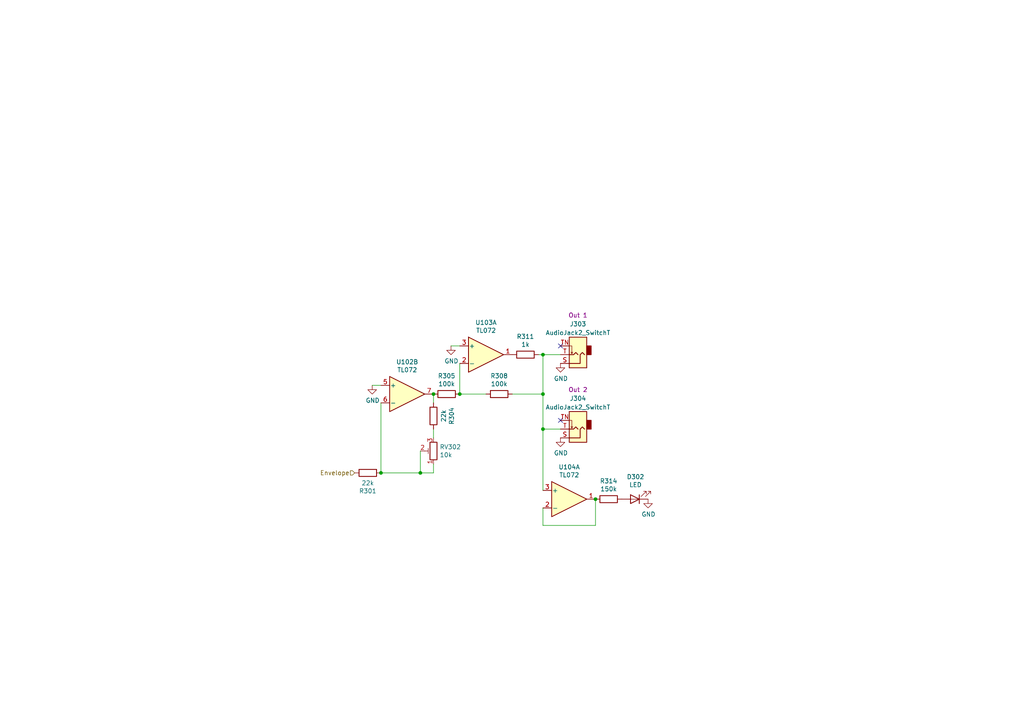
<source format=kicad_sch>
(kicad_sch (version 20211123) (generator eeschema)
  (paper "A4")
  (title_block (title "Envelope Generator Out") (date "2021-06-30") (rev "1.0"))
  (lib_symbols
    (symbol "Amplifier_Operational:TL072" (pin_names (offset 0.127))
      (property "Reference" "U" (at 0 5.08 0))
      (property "Value" "TL072" (at 0 -5.08 0))
      (symbol "TL072_1_1"
        (polyline (pts (xy -5.08 5.08) (xy 5.08 0) (xy -5.08 -5.08) (xy -5.08 5.08)) (stroke (width 0.254)) (fill (type background)))
        (pin output line (at 7.62 0 180) (length 2.54) (name "~") (number "1"))
        (pin input line (at -7.62 -2.54 0) (length 2.54) (name "-") (number "2"))
        (pin input line (at -7.62 2.54 0) (length 2.54) (name "+") (number "3"))
      )
      (symbol "TL072_2_1"
        (polyline (pts (xy -5.08 5.08) (xy 5.08 0) (xy -5.08 -5.08) (xy -5.08 5.08)) (stroke (width 0.254)) (fill (type background)))
        (pin input line (at -7.62 2.54 0) (length 2.54) (name "+") (number "5"))
        (pin input line (at -7.62 -2.54 0) (length 2.54) (name "-") (number "6"))
        (pin output line (at 7.62 0 180) (length 2.54) (name "~") (number "7"))
      )
      (symbol "TL072_3_1"
        (pin power_in line (at -2.54 -7.62 90) (length 3.81) (name "V-") (number "4"))
        (pin power_in line (at -2.54 7.62 270) (length 3.81) (name "V+") (number "8"))
      )
    )
    (symbol "Connector:AudioJack2_SwitchT"
      (property "Reference" "J" (at 0 8.89 0))
      (property "Value" "AudioJack2_SwitchT" (at 0 6.35 0))
      (symbol "AudioJack2_SwitchT_0_1"
        (rectangle (start -2.54 0) (end -3.81 -2.54) (stroke (width 0.254)) (fill (type outline)))
        (polyline (pts (xy 1.778 -0.254) (xy 2.032 -0.762)))
        (polyline (pts (xy 0 0) (xy 0.635 -0.635) (xy 1.27 0) (xy 2.54 0)) (stroke (width 0.254)))
        (polyline (pts (xy 2.54 -2.54) (xy 1.778 -2.54) (xy 1.778 -0.254) (xy 1.524 -0.762)))
        (polyline (pts (xy 2.54 2.54) (xy -0.635 2.54) (xy -0.635 0) (xy -1.27 -0.635) (xy -1.905 0)) (stroke (width 0.254)))
        (rectangle (start 2.54 3.81) (end -2.54 -5.08) (stroke (width 0.254)) (fill (type background)))
      )
      (symbol "AudioJack2_SwitchT_1_1"
        (pin passive line (at 5.08 2.54 180) (length 2.54) (name "~") (number "S"))
        (pin passive line (at 5.08 0 180) (length 2.54) (name "~") (number "T"))
        (pin passive line (at 5.08 -2.54 180) (length 2.54) (name "~") (number "TN"))
      )
    )
    (symbol "Device:LED" (pin_numbers hide) (pin_names (offset 1.016) hide)
      (property "Reference" "D" (at 0 2.54 0))
      (property "Value" "LED" (at 0 -2.54 0))
      (symbol "LED_0_1"
        (polyline (pts (xy -1.27 -1.27) (xy -1.27 1.27)) (stroke (width 0.254)))
        (polyline (pts (xy -1.27 0) (xy 1.27 0)))
        (polyline (pts (xy 1.27 -1.27) (xy 1.27 1.27) (xy -1.27 0) (xy 1.27 -1.27)) (stroke (width 0.254)))
        (polyline (pts (xy -3.048 -0.762) (xy -4.572 -2.286) (xy -3.81 -2.286) (xy -4.572 -2.286) (xy -4.572 -1.524)))
        (polyline (pts (xy -1.778 -0.762) (xy -3.302 -2.286) (xy -2.54 -2.286) (xy -3.302 -2.286) (xy -3.302 -1.524)))
      )
      (symbol "LED_1_1"
        (pin passive line (at -3.81 0 0) (length 2.54) (name "K") (number "1"))
        (pin passive line (at 3.81 0 180) (length 2.54) (name "A") (number "2"))
      )
    )
    (symbol "Device:R" (pin_numbers hide) (pin_names (offset 0))
      (property "Reference" "R" (at 2.032 0 90))
      (property "Value" "R" (at 0 0 90))
      (symbol "R_0_1"
        (rectangle (start -1.016 -2.54) (end 1.016 2.54) (stroke (width 0.254)))
      )
      (symbol "R_1_1"
        (pin passive line (at 0 3.81 270) (length 1.27) (name "~") (number "1"))
        (pin passive line (at 0 -3.81 90) (length 1.27) (name "~") (number "2"))
      )
    )
    (symbol "Device:R_Potentiometer_Trim" (pin_names (offset 1.016) hide)
      (property "Reference" "RV" (at -4.445 0 90))
      (property "Value" "R_Potentiometer_Trim" (at -2.54 0 90))
      (symbol "R_Potentiometer_Trim_0_1"
        (polyline (pts (xy 1.524 0.762) (xy 1.524 -0.762)))
        (polyline (pts (xy 2.54 0) (xy 1.524 0)))
        (rectangle (start 1.016 2.54) (end -1.016 -2.54) (stroke (width 0.254)))
      )
      (symbol "R_Potentiometer_Trim_1_1"
        (pin passive line (at 0 3.81 270) (length 1.27) (name "1") (number "1"))
        (pin passive line (at 3.81 0 180) (length 1.27) (name "2") (number "2"))
        (pin passive line (at 0 -3.81 90) (length 1.27) (name "3") (number "3"))
      )
    )
    (symbol "power:GND" (power) (pin_names (offset 0))
      (property "Value" "GND" (at 0 -3.81 0))
      (symbol "GND_0_1"
        (polyline (pts (xy 0 0) (xy 0 -1.27) (xy 1.27 -1.27) (xy 0 -2.54) (xy -1.27 -1.27) (xy 0 -1.27)))
      )
      (symbol "GND_1_1"
        (pin power_in line (at 0 0 270) (length 0) hide (name "GND") (number "1"))
      )
    )
  )
  (junction (at 121.92 137.16))
  (junction (at 133.35 114.3))
  (junction (at 157.48 124.46))
  (junction (at 157.48 114.3))
  (junction (at 125.73 114.3))
  (junction (at 157.48 102.87))
  (junction (at 110.49 137.16))
  (junction (at 172.72 144.78))
  (no_connect (at 162.56 100.33))
  (no_connect (at 162.56 121.92))
  (wire (pts (xy 133.35 114.3) (xy 140.97 114.3)))
  (wire (pts (xy 133.35 100.33) (xy 130.81 100.33)))
  (wire (pts (xy 125.73 127) (xy 125.73 124.46)))
  (wire (pts (xy 157.48 102.87) (xy 157.48 114.3)))
  (wire (pts (xy 121.92 137.16) (xy 125.73 137.16)))
  (wire (pts (xy 157.48 124.46) (xy 157.48 142.24)))
  (wire (pts (xy 121.92 130.81) (xy 121.92 137.16)))
  (wire (pts (xy 157.48 114.3) (xy 157.48 124.46)))
  (wire (pts (xy 157.48 152.4) (xy 172.72 152.4)))
  (wire (pts (xy 157.48 124.46) (xy 162.56 124.46)))
  (wire (pts (xy 157.48 102.87) (xy 162.56 102.87)))
  (wire (pts (xy 157.48 147.32) (xy 157.48 152.4)))
  (wire (pts (xy 148.59 114.3) (xy 157.48 114.3)))
  (wire (pts (xy 157.48 102.87) (xy 156.21 102.87)))
  (wire (pts (xy 110.49 137.16) (xy 121.92 137.16)))
  (wire (pts (xy 110.49 111.76) (xy 107.95 111.76)))
  (wire (pts (xy 133.35 105.41) (xy 133.35 114.3)))
  (wire (pts (xy 172.72 152.4) (xy 172.72 144.78)))
  (wire (pts (xy 110.49 116.84) (xy 110.49 137.16)))
  (wire (pts (xy 125.73 137.16) (xy 125.73 134.62)))
  (wire (pts (xy 125.73 116.84) (xy 125.73 114.3)))
  (hierarchical_label "Envelope" (shape input) (at 102.87 137.16 180))
  (symbol (lib_id "Connector:AudioJack2_SwitchT") (at 167.64 102.87 180) (unit 1)
    (property "Reference" "J303" (at 167.64 93.98 0))
    (property "Value" "AudioJack2_SwitchT" (at 167.64 96.52 0))
    (property "Footprint" "Connector_Audio:Jack_3.5mm_QingPu_WQP-PJ398SM_Vertical_CircularHoles" (effects hide))
    (property "Description" "Out 1" (at 167.64 91.44 0))
  )
  (symbol (lib_id "power:GND") (at 162.56 105.41 0) (unit 1)
    (property "Reference" "#PWR0308" (effects hide))
    (property "Value" "GND" (at 162.687 109.8042 0))
  )
  (symbol (lib_id "Device:R") (at 106.68 137.16 90) (unit 1)
    (property "Reference" "R301" (at 106.68 142.4178 90))
    (property "Value" "22k" (at 106.68 140.1064 90))
    (property "Footprint" "Resistor_THT:R_Axial_DIN0207_L6.3mm_D2.5mm_P7.62mm_Horizontal" (effects hide))
  )
  (symbol (lib_id "Amplifier_Operational:TL072") (at 118.11 114.3 0) (unit 2)
    (property "Reference" "U102" (at 118.11 104.9782 0))
    (property "Value" "TL072" (at 118.11 107.2896 0))
    (property "Footprint" "Package_DIP:DIP-8_W7.62mm_Socket" (effects hide))
    (property "Datasheet" "http://www.ti.com/lit/ds/symlink/tl071.pdf" (effects hide))
  )
  (symbol (lib_id "Device:R") (at 125.73 120.65 180) (unit 1)
    (property "Reference" "R304" (at 130.9878 120.65 90))
    (property "Value" "22k" (at 128.6764 120.65 90))
    (property "Footprint" "Resistor_THT:R_Axial_DIN0207_L6.3mm_D2.5mm_P7.62mm_Horizontal" (effects hide))
  )
  (symbol (lib_id "power:GND") (at 107.95 111.76 0) (unit 1)
    (property "Reference" "#PWR0301" (effects hide))
    (property "Value" "GND" (at 108.077 116.1542 0))
  )
  (symbol (lib_id "Device:R_Potentiometer_Trim") (at 125.73 130.81 180) (unit 1)
    (property "Reference" "RV302" (at 127.508 129.6416 0) (effects (justify right)))
    (property "Value" "10k" (at 127.508 131.953 0) (effects (justify right)))
    (property "Footprint" "Potentiometer_THT:Potentiometer_Runtron_RM-065_Vertical" (effects hide))
  )
  (symbol (lib_id "Device:R") (at 144.78 114.3 270) (unit 1)
    (property "Reference" "R308" (at 144.78 109.0422 90))
    (property "Value" "100k" (at 144.78 111.3536 90))
    (property "Footprint" "Resistor_THT:R_Axial_DIN0207_L6.3mm_D2.5mm_P7.62mm_Horizontal" (effects hide))
  )
  (symbol (lib_id "power:GND") (at 130.81 100.33 0) (unit 1)
    (property "Reference" "#PWR0304" (effects hide))
    (property "Value" "GND" (at 130.937 104.7242 0))
  )
  (symbol (lib_id "Amplifier_Operational:TL072") (at 140.97 102.87 0) (unit 1)
    (property "Reference" "U103" (at 140.97 93.5482 0))
    (property "Value" "TL072" (at 140.97 95.8596 0))
    (property "Footprint" "Package_DIP:DIP-8_W7.62mm_Socket" (effects hide))
    (property "Datasheet" "http://www.ti.com/lit/ds/symlink/tl071.pdf" (effects hide))
  )
  (symbol (lib_id "Device:R") (at 129.54 114.3 270) (unit 1)
    (property "Reference" "R305" (at 129.54 109.0422 90))
    (property "Value" "100k" (at 129.54 111.3536 90))
    (property "Footprint" "Resistor_THT:R_Axial_DIN0207_L6.3mm_D2.5mm_P7.62mm_Horizontal" (effects hide))
  )
  (symbol (lib_id "Device:R") (at 152.4 102.87 270) (unit 1)
    (property "Reference" "R311" (at 152.4 97.6122 90))
    (property "Value" "1k" (at 152.4 99.9236 90))
    (property "Footprint" "Resistor_THT:R_Axial_DIN0207_L6.3mm_D2.5mm_P7.62mm_Horizontal" (effects hide))
  )
  (symbol (lib_id "Amplifier_Operational:TL072") (at 165.1 144.78 0) (unit 1)
    (property "Reference" "U104" (at 165.1 135.4582 0))
    (property "Value" "TL072" (at 165.1 137.7696 0))
    (property "Footprint" "Package_DIP:DIP-8_W7.62mm_Socket" (effects hide))
    (property "Datasheet" "http://www.ti.com/lit/ds/symlink/tl071.pdf" (effects hide))
  )
  (symbol (lib_id "Connector:AudioJack2_SwitchT") (at 167.64 124.46 180) (unit 1)
    (property "Reference" "J304" (at 167.64 115.57 0))
    (property "Value" "AudioJack2_SwitchT" (at 167.64 118.11 0))
    (property "Footprint" "Connector_Audio:Jack_3.5mm_QingPu_WQP-PJ398SM_Vertical_CircularHoles" (effects hide))
    (property "Description" "Out 2" (at 167.64 113.03 0))
  )
  (symbol (lib_id "power:GND") (at 162.56 127 0) (unit 1)
    (property "Reference" "#PWR0309" (effects hide))
    (property "Value" "GND" (at 162.687 131.3942 0))
  )
  (symbol (lib_id "Device:R") (at 176.53 144.78 270) (unit 1)
    (property "Reference" "R314" (at 176.53 139.5222 90))
    (property "Value" "150k" (at 176.53 141.8336 90))
    (property "Footprint" "Resistor_THT:R_Axial_DIN0207_L6.3mm_D2.5mm_P7.62mm_Horizontal" (effects hide))
  )
  (symbol (lib_id "Device:LED") (at 184.15 144.78 180) (unit 1)
    (property "Reference" "D302" (at 184.3278 138.303 0))
    (property "Value" "LED" (at 184.3278 140.6144 0))
    (property "Footprint" "LED_THT:LED_D5.0mm" (effects hide))
  )
  (symbol (lib_id "power:GND") (at 187.96 144.78 0) (unit 1)
    (property "Reference" "#PWR0311" (effects hide))
    (property "Value" "GND" (at 188.087 149.1742 0))
  )
)
</source>
